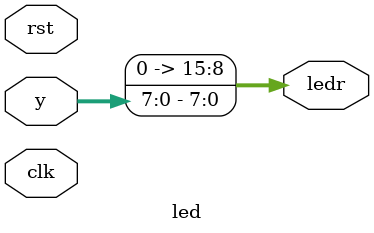
<source format=v>
module led(
  input clk,
  input rst,
  input [7:0] y,
  output [15:0] ledr
);


  assign ledr = {8'b0, y};
endmodule

</source>
